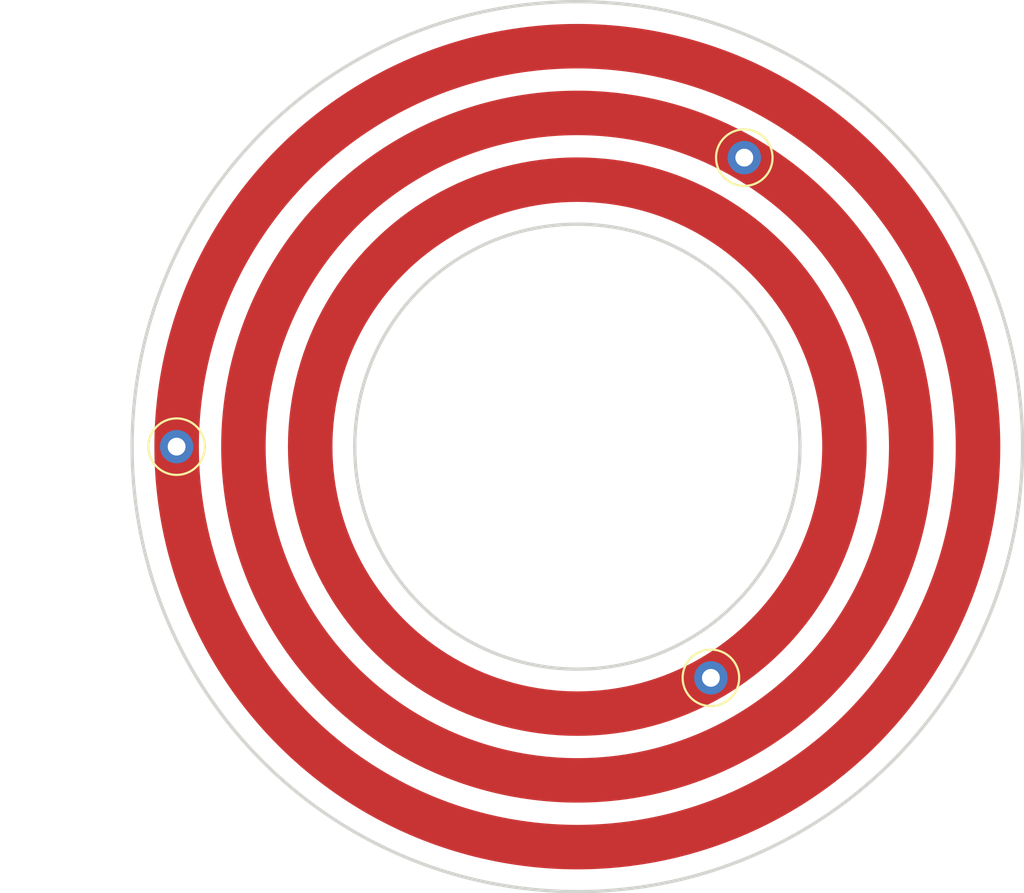
<source format=kicad_pcb>
(kicad_pcb (version 20221018) (generator pcbnew)
  (layers (0 "F.Cu" signal) (31 "B.Cu" signal) (34 "B.Paste" user) (35 "F.Paste" user) (36 "B.SilkS" user "B.Silkscreen") (37 "F.SilkS" user "F.Silkscreen") (38 "B.Mask" user) (39 "F.Mask" user) (44 "Edge.Cuts" user))
  (net 0 "")
  (footprint "my_small_pad:my_small_pad" (layer "F.Cu") (at 57.5 37.01)
    (fp_text reference "J102" hide)
    (fp_text value "PWM1-")
    (fp_circle (center 0 0) (end 0 -1.27) (stroke (width 0.1)) (fill none) (layer "F.SilkS"))
    (pad "1" thru_hole circle (at 0 0) (size 1.5 1.5) (drill 0.8) (layers "*.Cu" "*.Mask"))
  )
  (footprint "my_small_pad:my_small_pad" (layer "F.Cu") (at 56 60.392)
    (fp_text reference "J103" hide)
    (fp_text value "PWM2-")
    (fp_circle (center 0 0) (end 0 -1.27) (stroke (width 0.1)) (fill none) (layer "F.SilkS"))
    (pad "1" thru_hole circle (at 0 0) (size 1.5 1.5) (drill 0.8) (layers "*.Cu" "*.Mask"))
  )
  (footprint "my_small_pad:my_small_pad" (layer "F.Cu") (at 32 50)
    (fp_text reference "J101" hide)
    (fp_text value "PWM+")
    (fp_circle (center 0 0) (end 0 -1.27) (stroke (width 0.1)) (fill none) (layer "F.SilkS"))
    (pad "1" thru_hole circle (at 0 0) (size 1.5 1.5) (drill 0.8) (layers "*.Cu" "*.Mask"))
  )
  (gr_circle (center 50 50) (end 68 50) (stroke (width 2)) (fill none) (layer "F.Cu"))
  (gr_circle (center 50 50) (end 65 50) (stroke (width 2)) (fill none) (layer "F.Cu"))
  (gr_circle (center 50 50) (end 62 50) (stroke (width 2)) (fill none) (layer "F.Cu"))
  (gr_circle (center 50 50) (end 70 50) (stroke (width 0.15)) (fill none) (layer "Edge.Cuts"))
  (gr_circle (center 50 50) (end 60 50) (stroke (width 0.15)) (fill none) (layer "Edge.Cuts"))
)
</source>
